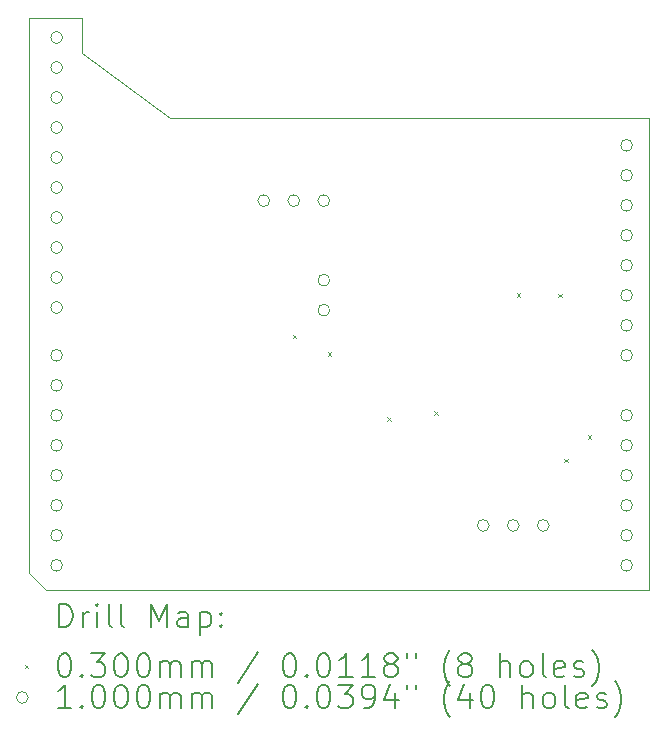
<source format=gbr>
%TF.GenerationSoftware,KiCad,Pcbnew,8.0.5*%
%TF.CreationDate,2024-11-11T20:44:40+01:00*%
%TF.ProjectId,nowa_plytka,6e6f7761-5f70-46c7-9974-6b612e6b6963,rev?*%
%TF.SameCoordinates,Original*%
%TF.FileFunction,Drillmap*%
%TF.FilePolarity,Positive*%
%FSLAX45Y45*%
G04 Gerber Fmt 4.5, Leading zero omitted, Abs format (unit mm)*
G04 Created by KiCad (PCBNEW 8.0.5) date 2024-11-11 20:44:40*
%MOMM*%
%LPD*%
G01*
G04 APERTURE LIST*
%ADD10C,0.050000*%
%ADD11C,0.200000*%
%ADD12C,0.100000*%
G04 APERTURE END LIST*
D10*
X11550000Y-8250000D02*
X12300000Y-8800000D01*
X16350000Y-8800000D01*
X16350000Y-12800000D01*
X11250000Y-12800000D01*
X11100000Y-12650000D01*
X11100000Y-7950000D01*
X11550000Y-7950000D01*
X11550000Y-8250000D01*
D11*
D12*
X13335000Y-10635000D02*
X13365000Y-10665000D01*
X13365000Y-10635000D02*
X13335000Y-10665000D01*
X13635000Y-10785000D02*
X13665000Y-10815000D01*
X13665000Y-10785000D02*
X13635000Y-10815000D01*
X14135000Y-11335000D02*
X14165000Y-11365000D01*
X14165000Y-11335000D02*
X14135000Y-11365000D01*
X14535000Y-11285000D02*
X14565000Y-11315000D01*
X14565000Y-11285000D02*
X14535000Y-11315000D01*
X15235000Y-10285000D02*
X15265000Y-10315000D01*
X15265000Y-10285000D02*
X15235000Y-10315000D01*
X15585000Y-10287500D02*
X15615000Y-10317500D01*
X15615000Y-10287500D02*
X15585000Y-10317500D01*
X15635000Y-11685000D02*
X15665000Y-11715000D01*
X15665000Y-11685000D02*
X15635000Y-11715000D01*
X15835000Y-11485000D02*
X15865000Y-11515000D01*
X15865000Y-11485000D02*
X15835000Y-11515000D01*
X11387000Y-8118500D02*
G75*
G02*
X11287000Y-8118500I-50000J0D01*
G01*
X11287000Y-8118500D02*
G75*
G02*
X11387000Y-8118500I50000J0D01*
G01*
X11387000Y-8372500D02*
G75*
G02*
X11287000Y-8372500I-50000J0D01*
G01*
X11287000Y-8372500D02*
G75*
G02*
X11387000Y-8372500I50000J0D01*
G01*
X11387000Y-8626500D02*
G75*
G02*
X11287000Y-8626500I-50000J0D01*
G01*
X11287000Y-8626500D02*
G75*
G02*
X11387000Y-8626500I50000J0D01*
G01*
X11387000Y-8880500D02*
G75*
G02*
X11287000Y-8880500I-50000J0D01*
G01*
X11287000Y-8880500D02*
G75*
G02*
X11387000Y-8880500I50000J0D01*
G01*
X11387000Y-9134500D02*
G75*
G02*
X11287000Y-9134500I-50000J0D01*
G01*
X11287000Y-9134500D02*
G75*
G02*
X11387000Y-9134500I50000J0D01*
G01*
X11387000Y-9388500D02*
G75*
G02*
X11287000Y-9388500I-50000J0D01*
G01*
X11287000Y-9388500D02*
G75*
G02*
X11387000Y-9388500I50000J0D01*
G01*
X11387000Y-9642500D02*
G75*
G02*
X11287000Y-9642500I-50000J0D01*
G01*
X11287000Y-9642500D02*
G75*
G02*
X11387000Y-9642500I50000J0D01*
G01*
X11387000Y-9896500D02*
G75*
G02*
X11287000Y-9896500I-50000J0D01*
G01*
X11287000Y-9896500D02*
G75*
G02*
X11387000Y-9896500I50000J0D01*
G01*
X11387000Y-10150500D02*
G75*
G02*
X11287000Y-10150500I-50000J0D01*
G01*
X11287000Y-10150500D02*
G75*
G02*
X11387000Y-10150500I50000J0D01*
G01*
X11387000Y-10404500D02*
G75*
G02*
X11287000Y-10404500I-50000J0D01*
G01*
X11287000Y-10404500D02*
G75*
G02*
X11387000Y-10404500I50000J0D01*
G01*
X11387000Y-10810500D02*
G75*
G02*
X11287000Y-10810500I-50000J0D01*
G01*
X11287000Y-10810500D02*
G75*
G02*
X11387000Y-10810500I50000J0D01*
G01*
X11387000Y-11064500D02*
G75*
G02*
X11287000Y-11064500I-50000J0D01*
G01*
X11287000Y-11064500D02*
G75*
G02*
X11387000Y-11064500I50000J0D01*
G01*
X11387000Y-11318500D02*
G75*
G02*
X11287000Y-11318500I-50000J0D01*
G01*
X11287000Y-11318500D02*
G75*
G02*
X11387000Y-11318500I50000J0D01*
G01*
X11387000Y-11572500D02*
G75*
G02*
X11287000Y-11572500I-50000J0D01*
G01*
X11287000Y-11572500D02*
G75*
G02*
X11387000Y-11572500I50000J0D01*
G01*
X11387000Y-11826500D02*
G75*
G02*
X11287000Y-11826500I-50000J0D01*
G01*
X11287000Y-11826500D02*
G75*
G02*
X11387000Y-11826500I50000J0D01*
G01*
X11387000Y-12080500D02*
G75*
G02*
X11287000Y-12080500I-50000J0D01*
G01*
X11287000Y-12080500D02*
G75*
G02*
X11387000Y-12080500I50000J0D01*
G01*
X11387000Y-12334500D02*
G75*
G02*
X11287000Y-12334500I-50000J0D01*
G01*
X11287000Y-12334500D02*
G75*
G02*
X11387000Y-12334500I50000J0D01*
G01*
X11387000Y-12588500D02*
G75*
G02*
X11287000Y-12588500I-50000J0D01*
G01*
X11287000Y-12588500D02*
G75*
G02*
X11387000Y-12588500I50000J0D01*
G01*
X13142000Y-9500000D02*
G75*
G02*
X13042000Y-9500000I-50000J0D01*
G01*
X13042000Y-9500000D02*
G75*
G02*
X13142000Y-9500000I50000J0D01*
G01*
X13396000Y-9500000D02*
G75*
G02*
X13296000Y-9500000I-50000J0D01*
G01*
X13296000Y-9500000D02*
G75*
G02*
X13396000Y-9500000I50000J0D01*
G01*
X13650000Y-9500000D02*
G75*
G02*
X13550000Y-9500000I-50000J0D01*
G01*
X13550000Y-9500000D02*
G75*
G02*
X13650000Y-9500000I50000J0D01*
G01*
X13650000Y-10173500D02*
G75*
G02*
X13550000Y-10173500I-50000J0D01*
G01*
X13550000Y-10173500D02*
G75*
G02*
X13650000Y-10173500I50000J0D01*
G01*
X13650000Y-10427500D02*
G75*
G02*
X13550000Y-10427500I-50000J0D01*
G01*
X13550000Y-10427500D02*
G75*
G02*
X13650000Y-10427500I50000J0D01*
G01*
X15000000Y-12250000D02*
G75*
G02*
X14900000Y-12250000I-50000J0D01*
G01*
X14900000Y-12250000D02*
G75*
G02*
X15000000Y-12250000I50000J0D01*
G01*
X15254000Y-12250000D02*
G75*
G02*
X15154000Y-12250000I-50000J0D01*
G01*
X15154000Y-12250000D02*
G75*
G02*
X15254000Y-12250000I50000J0D01*
G01*
X15508000Y-12250000D02*
G75*
G02*
X15408000Y-12250000I-50000J0D01*
G01*
X15408000Y-12250000D02*
G75*
G02*
X15508000Y-12250000I50000J0D01*
G01*
X16213000Y-9032500D02*
G75*
G02*
X16113000Y-9032500I-50000J0D01*
G01*
X16113000Y-9032500D02*
G75*
G02*
X16213000Y-9032500I50000J0D01*
G01*
X16213000Y-9286500D02*
G75*
G02*
X16113000Y-9286500I-50000J0D01*
G01*
X16113000Y-9286500D02*
G75*
G02*
X16213000Y-9286500I50000J0D01*
G01*
X16213000Y-9540500D02*
G75*
G02*
X16113000Y-9540500I-50000J0D01*
G01*
X16113000Y-9540500D02*
G75*
G02*
X16213000Y-9540500I50000J0D01*
G01*
X16213000Y-9794500D02*
G75*
G02*
X16113000Y-9794500I-50000J0D01*
G01*
X16113000Y-9794500D02*
G75*
G02*
X16213000Y-9794500I50000J0D01*
G01*
X16213000Y-10048500D02*
G75*
G02*
X16113000Y-10048500I-50000J0D01*
G01*
X16113000Y-10048500D02*
G75*
G02*
X16213000Y-10048500I50000J0D01*
G01*
X16213000Y-10302500D02*
G75*
G02*
X16113000Y-10302500I-50000J0D01*
G01*
X16113000Y-10302500D02*
G75*
G02*
X16213000Y-10302500I50000J0D01*
G01*
X16213000Y-10556500D02*
G75*
G02*
X16113000Y-10556500I-50000J0D01*
G01*
X16113000Y-10556500D02*
G75*
G02*
X16213000Y-10556500I50000J0D01*
G01*
X16213000Y-10810500D02*
G75*
G02*
X16113000Y-10810500I-50000J0D01*
G01*
X16113000Y-10810500D02*
G75*
G02*
X16213000Y-10810500I50000J0D01*
G01*
X16213000Y-11318500D02*
G75*
G02*
X16113000Y-11318500I-50000J0D01*
G01*
X16113000Y-11318500D02*
G75*
G02*
X16213000Y-11318500I50000J0D01*
G01*
X16213000Y-11572500D02*
G75*
G02*
X16113000Y-11572500I-50000J0D01*
G01*
X16113000Y-11572500D02*
G75*
G02*
X16213000Y-11572500I50000J0D01*
G01*
X16213000Y-11826500D02*
G75*
G02*
X16113000Y-11826500I-50000J0D01*
G01*
X16113000Y-11826500D02*
G75*
G02*
X16213000Y-11826500I50000J0D01*
G01*
X16213000Y-12080500D02*
G75*
G02*
X16113000Y-12080500I-50000J0D01*
G01*
X16113000Y-12080500D02*
G75*
G02*
X16213000Y-12080500I50000J0D01*
G01*
X16213000Y-12334500D02*
G75*
G02*
X16113000Y-12334500I-50000J0D01*
G01*
X16113000Y-12334500D02*
G75*
G02*
X16213000Y-12334500I50000J0D01*
G01*
X16213000Y-12588500D02*
G75*
G02*
X16113000Y-12588500I-50000J0D01*
G01*
X16113000Y-12588500D02*
G75*
G02*
X16213000Y-12588500I50000J0D01*
G01*
D11*
X11358277Y-13113984D02*
X11358277Y-12913984D01*
X11358277Y-12913984D02*
X11405896Y-12913984D01*
X11405896Y-12913984D02*
X11434467Y-12923508D01*
X11434467Y-12923508D02*
X11453515Y-12942555D01*
X11453515Y-12942555D02*
X11463039Y-12961603D01*
X11463039Y-12961603D02*
X11472562Y-12999698D01*
X11472562Y-12999698D02*
X11472562Y-13028269D01*
X11472562Y-13028269D02*
X11463039Y-13066365D01*
X11463039Y-13066365D02*
X11453515Y-13085412D01*
X11453515Y-13085412D02*
X11434467Y-13104460D01*
X11434467Y-13104460D02*
X11405896Y-13113984D01*
X11405896Y-13113984D02*
X11358277Y-13113984D01*
X11558277Y-13113984D02*
X11558277Y-12980650D01*
X11558277Y-13018746D02*
X11567801Y-12999698D01*
X11567801Y-12999698D02*
X11577324Y-12990174D01*
X11577324Y-12990174D02*
X11596372Y-12980650D01*
X11596372Y-12980650D02*
X11615420Y-12980650D01*
X11682086Y-13113984D02*
X11682086Y-12980650D01*
X11682086Y-12913984D02*
X11672562Y-12923508D01*
X11672562Y-12923508D02*
X11682086Y-12933031D01*
X11682086Y-12933031D02*
X11691610Y-12923508D01*
X11691610Y-12923508D02*
X11682086Y-12913984D01*
X11682086Y-12913984D02*
X11682086Y-12933031D01*
X11805896Y-13113984D02*
X11786848Y-13104460D01*
X11786848Y-13104460D02*
X11777324Y-13085412D01*
X11777324Y-13085412D02*
X11777324Y-12913984D01*
X11910658Y-13113984D02*
X11891610Y-13104460D01*
X11891610Y-13104460D02*
X11882086Y-13085412D01*
X11882086Y-13085412D02*
X11882086Y-12913984D01*
X12139229Y-13113984D02*
X12139229Y-12913984D01*
X12139229Y-12913984D02*
X12205896Y-13056841D01*
X12205896Y-13056841D02*
X12272562Y-12913984D01*
X12272562Y-12913984D02*
X12272562Y-13113984D01*
X12453515Y-13113984D02*
X12453515Y-13009222D01*
X12453515Y-13009222D02*
X12443991Y-12990174D01*
X12443991Y-12990174D02*
X12424943Y-12980650D01*
X12424943Y-12980650D02*
X12386848Y-12980650D01*
X12386848Y-12980650D02*
X12367801Y-12990174D01*
X12453515Y-13104460D02*
X12434467Y-13113984D01*
X12434467Y-13113984D02*
X12386848Y-13113984D01*
X12386848Y-13113984D02*
X12367801Y-13104460D01*
X12367801Y-13104460D02*
X12358277Y-13085412D01*
X12358277Y-13085412D02*
X12358277Y-13066365D01*
X12358277Y-13066365D02*
X12367801Y-13047317D01*
X12367801Y-13047317D02*
X12386848Y-13037793D01*
X12386848Y-13037793D02*
X12434467Y-13037793D01*
X12434467Y-13037793D02*
X12453515Y-13028269D01*
X12548753Y-12980650D02*
X12548753Y-13180650D01*
X12548753Y-12990174D02*
X12567801Y-12980650D01*
X12567801Y-12980650D02*
X12605896Y-12980650D01*
X12605896Y-12980650D02*
X12624943Y-12990174D01*
X12624943Y-12990174D02*
X12634467Y-12999698D01*
X12634467Y-12999698D02*
X12643991Y-13018746D01*
X12643991Y-13018746D02*
X12643991Y-13075888D01*
X12643991Y-13075888D02*
X12634467Y-13094936D01*
X12634467Y-13094936D02*
X12624943Y-13104460D01*
X12624943Y-13104460D02*
X12605896Y-13113984D01*
X12605896Y-13113984D02*
X12567801Y-13113984D01*
X12567801Y-13113984D02*
X12548753Y-13104460D01*
X12729705Y-13094936D02*
X12739229Y-13104460D01*
X12739229Y-13104460D02*
X12729705Y-13113984D01*
X12729705Y-13113984D02*
X12720182Y-13104460D01*
X12720182Y-13104460D02*
X12729705Y-13094936D01*
X12729705Y-13094936D02*
X12729705Y-13113984D01*
X12729705Y-12990174D02*
X12739229Y-12999698D01*
X12739229Y-12999698D02*
X12729705Y-13009222D01*
X12729705Y-13009222D02*
X12720182Y-12999698D01*
X12720182Y-12999698D02*
X12729705Y-12990174D01*
X12729705Y-12990174D02*
X12729705Y-13009222D01*
D12*
X11067500Y-13427500D02*
X11097500Y-13457500D01*
X11097500Y-13427500D02*
X11067500Y-13457500D01*
D11*
X11396372Y-13333984D02*
X11415420Y-13333984D01*
X11415420Y-13333984D02*
X11434467Y-13343508D01*
X11434467Y-13343508D02*
X11443991Y-13353031D01*
X11443991Y-13353031D02*
X11453515Y-13372079D01*
X11453515Y-13372079D02*
X11463039Y-13410174D01*
X11463039Y-13410174D02*
X11463039Y-13457793D01*
X11463039Y-13457793D02*
X11453515Y-13495888D01*
X11453515Y-13495888D02*
X11443991Y-13514936D01*
X11443991Y-13514936D02*
X11434467Y-13524460D01*
X11434467Y-13524460D02*
X11415420Y-13533984D01*
X11415420Y-13533984D02*
X11396372Y-13533984D01*
X11396372Y-13533984D02*
X11377324Y-13524460D01*
X11377324Y-13524460D02*
X11367801Y-13514936D01*
X11367801Y-13514936D02*
X11358277Y-13495888D01*
X11358277Y-13495888D02*
X11348753Y-13457793D01*
X11348753Y-13457793D02*
X11348753Y-13410174D01*
X11348753Y-13410174D02*
X11358277Y-13372079D01*
X11358277Y-13372079D02*
X11367801Y-13353031D01*
X11367801Y-13353031D02*
X11377324Y-13343508D01*
X11377324Y-13343508D02*
X11396372Y-13333984D01*
X11548753Y-13514936D02*
X11558277Y-13524460D01*
X11558277Y-13524460D02*
X11548753Y-13533984D01*
X11548753Y-13533984D02*
X11539229Y-13524460D01*
X11539229Y-13524460D02*
X11548753Y-13514936D01*
X11548753Y-13514936D02*
X11548753Y-13533984D01*
X11624943Y-13333984D02*
X11748753Y-13333984D01*
X11748753Y-13333984D02*
X11682086Y-13410174D01*
X11682086Y-13410174D02*
X11710658Y-13410174D01*
X11710658Y-13410174D02*
X11729705Y-13419698D01*
X11729705Y-13419698D02*
X11739229Y-13429222D01*
X11739229Y-13429222D02*
X11748753Y-13448269D01*
X11748753Y-13448269D02*
X11748753Y-13495888D01*
X11748753Y-13495888D02*
X11739229Y-13514936D01*
X11739229Y-13514936D02*
X11729705Y-13524460D01*
X11729705Y-13524460D02*
X11710658Y-13533984D01*
X11710658Y-13533984D02*
X11653515Y-13533984D01*
X11653515Y-13533984D02*
X11634467Y-13524460D01*
X11634467Y-13524460D02*
X11624943Y-13514936D01*
X11872562Y-13333984D02*
X11891610Y-13333984D01*
X11891610Y-13333984D02*
X11910658Y-13343508D01*
X11910658Y-13343508D02*
X11920182Y-13353031D01*
X11920182Y-13353031D02*
X11929705Y-13372079D01*
X11929705Y-13372079D02*
X11939229Y-13410174D01*
X11939229Y-13410174D02*
X11939229Y-13457793D01*
X11939229Y-13457793D02*
X11929705Y-13495888D01*
X11929705Y-13495888D02*
X11920182Y-13514936D01*
X11920182Y-13514936D02*
X11910658Y-13524460D01*
X11910658Y-13524460D02*
X11891610Y-13533984D01*
X11891610Y-13533984D02*
X11872562Y-13533984D01*
X11872562Y-13533984D02*
X11853515Y-13524460D01*
X11853515Y-13524460D02*
X11843991Y-13514936D01*
X11843991Y-13514936D02*
X11834467Y-13495888D01*
X11834467Y-13495888D02*
X11824943Y-13457793D01*
X11824943Y-13457793D02*
X11824943Y-13410174D01*
X11824943Y-13410174D02*
X11834467Y-13372079D01*
X11834467Y-13372079D02*
X11843991Y-13353031D01*
X11843991Y-13353031D02*
X11853515Y-13343508D01*
X11853515Y-13343508D02*
X11872562Y-13333984D01*
X12063039Y-13333984D02*
X12082086Y-13333984D01*
X12082086Y-13333984D02*
X12101134Y-13343508D01*
X12101134Y-13343508D02*
X12110658Y-13353031D01*
X12110658Y-13353031D02*
X12120182Y-13372079D01*
X12120182Y-13372079D02*
X12129705Y-13410174D01*
X12129705Y-13410174D02*
X12129705Y-13457793D01*
X12129705Y-13457793D02*
X12120182Y-13495888D01*
X12120182Y-13495888D02*
X12110658Y-13514936D01*
X12110658Y-13514936D02*
X12101134Y-13524460D01*
X12101134Y-13524460D02*
X12082086Y-13533984D01*
X12082086Y-13533984D02*
X12063039Y-13533984D01*
X12063039Y-13533984D02*
X12043991Y-13524460D01*
X12043991Y-13524460D02*
X12034467Y-13514936D01*
X12034467Y-13514936D02*
X12024943Y-13495888D01*
X12024943Y-13495888D02*
X12015420Y-13457793D01*
X12015420Y-13457793D02*
X12015420Y-13410174D01*
X12015420Y-13410174D02*
X12024943Y-13372079D01*
X12024943Y-13372079D02*
X12034467Y-13353031D01*
X12034467Y-13353031D02*
X12043991Y-13343508D01*
X12043991Y-13343508D02*
X12063039Y-13333984D01*
X12215420Y-13533984D02*
X12215420Y-13400650D01*
X12215420Y-13419698D02*
X12224943Y-13410174D01*
X12224943Y-13410174D02*
X12243991Y-13400650D01*
X12243991Y-13400650D02*
X12272563Y-13400650D01*
X12272563Y-13400650D02*
X12291610Y-13410174D01*
X12291610Y-13410174D02*
X12301134Y-13429222D01*
X12301134Y-13429222D02*
X12301134Y-13533984D01*
X12301134Y-13429222D02*
X12310658Y-13410174D01*
X12310658Y-13410174D02*
X12329705Y-13400650D01*
X12329705Y-13400650D02*
X12358277Y-13400650D01*
X12358277Y-13400650D02*
X12377324Y-13410174D01*
X12377324Y-13410174D02*
X12386848Y-13429222D01*
X12386848Y-13429222D02*
X12386848Y-13533984D01*
X12482086Y-13533984D02*
X12482086Y-13400650D01*
X12482086Y-13419698D02*
X12491610Y-13410174D01*
X12491610Y-13410174D02*
X12510658Y-13400650D01*
X12510658Y-13400650D02*
X12539229Y-13400650D01*
X12539229Y-13400650D02*
X12558277Y-13410174D01*
X12558277Y-13410174D02*
X12567801Y-13429222D01*
X12567801Y-13429222D02*
X12567801Y-13533984D01*
X12567801Y-13429222D02*
X12577324Y-13410174D01*
X12577324Y-13410174D02*
X12596372Y-13400650D01*
X12596372Y-13400650D02*
X12624943Y-13400650D01*
X12624943Y-13400650D02*
X12643991Y-13410174D01*
X12643991Y-13410174D02*
X12653515Y-13429222D01*
X12653515Y-13429222D02*
X12653515Y-13533984D01*
X13043991Y-13324460D02*
X12872563Y-13581603D01*
X13301134Y-13333984D02*
X13320182Y-13333984D01*
X13320182Y-13333984D02*
X13339229Y-13343508D01*
X13339229Y-13343508D02*
X13348753Y-13353031D01*
X13348753Y-13353031D02*
X13358277Y-13372079D01*
X13358277Y-13372079D02*
X13367801Y-13410174D01*
X13367801Y-13410174D02*
X13367801Y-13457793D01*
X13367801Y-13457793D02*
X13358277Y-13495888D01*
X13358277Y-13495888D02*
X13348753Y-13514936D01*
X13348753Y-13514936D02*
X13339229Y-13524460D01*
X13339229Y-13524460D02*
X13320182Y-13533984D01*
X13320182Y-13533984D02*
X13301134Y-13533984D01*
X13301134Y-13533984D02*
X13282086Y-13524460D01*
X13282086Y-13524460D02*
X13272563Y-13514936D01*
X13272563Y-13514936D02*
X13263039Y-13495888D01*
X13263039Y-13495888D02*
X13253515Y-13457793D01*
X13253515Y-13457793D02*
X13253515Y-13410174D01*
X13253515Y-13410174D02*
X13263039Y-13372079D01*
X13263039Y-13372079D02*
X13272563Y-13353031D01*
X13272563Y-13353031D02*
X13282086Y-13343508D01*
X13282086Y-13343508D02*
X13301134Y-13333984D01*
X13453515Y-13514936D02*
X13463039Y-13524460D01*
X13463039Y-13524460D02*
X13453515Y-13533984D01*
X13453515Y-13533984D02*
X13443991Y-13524460D01*
X13443991Y-13524460D02*
X13453515Y-13514936D01*
X13453515Y-13514936D02*
X13453515Y-13533984D01*
X13586848Y-13333984D02*
X13605896Y-13333984D01*
X13605896Y-13333984D02*
X13624944Y-13343508D01*
X13624944Y-13343508D02*
X13634467Y-13353031D01*
X13634467Y-13353031D02*
X13643991Y-13372079D01*
X13643991Y-13372079D02*
X13653515Y-13410174D01*
X13653515Y-13410174D02*
X13653515Y-13457793D01*
X13653515Y-13457793D02*
X13643991Y-13495888D01*
X13643991Y-13495888D02*
X13634467Y-13514936D01*
X13634467Y-13514936D02*
X13624944Y-13524460D01*
X13624944Y-13524460D02*
X13605896Y-13533984D01*
X13605896Y-13533984D02*
X13586848Y-13533984D01*
X13586848Y-13533984D02*
X13567801Y-13524460D01*
X13567801Y-13524460D02*
X13558277Y-13514936D01*
X13558277Y-13514936D02*
X13548753Y-13495888D01*
X13548753Y-13495888D02*
X13539229Y-13457793D01*
X13539229Y-13457793D02*
X13539229Y-13410174D01*
X13539229Y-13410174D02*
X13548753Y-13372079D01*
X13548753Y-13372079D02*
X13558277Y-13353031D01*
X13558277Y-13353031D02*
X13567801Y-13343508D01*
X13567801Y-13343508D02*
X13586848Y-13333984D01*
X13843991Y-13533984D02*
X13729706Y-13533984D01*
X13786848Y-13533984D02*
X13786848Y-13333984D01*
X13786848Y-13333984D02*
X13767801Y-13362555D01*
X13767801Y-13362555D02*
X13748753Y-13381603D01*
X13748753Y-13381603D02*
X13729706Y-13391127D01*
X14034467Y-13533984D02*
X13920182Y-13533984D01*
X13977325Y-13533984D02*
X13977325Y-13333984D01*
X13977325Y-13333984D02*
X13958277Y-13362555D01*
X13958277Y-13362555D02*
X13939229Y-13381603D01*
X13939229Y-13381603D02*
X13920182Y-13391127D01*
X14148753Y-13419698D02*
X14129706Y-13410174D01*
X14129706Y-13410174D02*
X14120182Y-13400650D01*
X14120182Y-13400650D02*
X14110658Y-13381603D01*
X14110658Y-13381603D02*
X14110658Y-13372079D01*
X14110658Y-13372079D02*
X14120182Y-13353031D01*
X14120182Y-13353031D02*
X14129706Y-13343508D01*
X14129706Y-13343508D02*
X14148753Y-13333984D01*
X14148753Y-13333984D02*
X14186848Y-13333984D01*
X14186848Y-13333984D02*
X14205896Y-13343508D01*
X14205896Y-13343508D02*
X14215420Y-13353031D01*
X14215420Y-13353031D02*
X14224944Y-13372079D01*
X14224944Y-13372079D02*
X14224944Y-13381603D01*
X14224944Y-13381603D02*
X14215420Y-13400650D01*
X14215420Y-13400650D02*
X14205896Y-13410174D01*
X14205896Y-13410174D02*
X14186848Y-13419698D01*
X14186848Y-13419698D02*
X14148753Y-13419698D01*
X14148753Y-13419698D02*
X14129706Y-13429222D01*
X14129706Y-13429222D02*
X14120182Y-13438746D01*
X14120182Y-13438746D02*
X14110658Y-13457793D01*
X14110658Y-13457793D02*
X14110658Y-13495888D01*
X14110658Y-13495888D02*
X14120182Y-13514936D01*
X14120182Y-13514936D02*
X14129706Y-13524460D01*
X14129706Y-13524460D02*
X14148753Y-13533984D01*
X14148753Y-13533984D02*
X14186848Y-13533984D01*
X14186848Y-13533984D02*
X14205896Y-13524460D01*
X14205896Y-13524460D02*
X14215420Y-13514936D01*
X14215420Y-13514936D02*
X14224944Y-13495888D01*
X14224944Y-13495888D02*
X14224944Y-13457793D01*
X14224944Y-13457793D02*
X14215420Y-13438746D01*
X14215420Y-13438746D02*
X14205896Y-13429222D01*
X14205896Y-13429222D02*
X14186848Y-13419698D01*
X14301134Y-13333984D02*
X14301134Y-13372079D01*
X14377325Y-13333984D02*
X14377325Y-13372079D01*
X14672563Y-13610174D02*
X14663039Y-13600650D01*
X14663039Y-13600650D02*
X14643991Y-13572079D01*
X14643991Y-13572079D02*
X14634468Y-13553031D01*
X14634468Y-13553031D02*
X14624944Y-13524460D01*
X14624944Y-13524460D02*
X14615420Y-13476841D01*
X14615420Y-13476841D02*
X14615420Y-13438746D01*
X14615420Y-13438746D02*
X14624944Y-13391127D01*
X14624944Y-13391127D02*
X14634468Y-13362555D01*
X14634468Y-13362555D02*
X14643991Y-13343508D01*
X14643991Y-13343508D02*
X14663039Y-13314936D01*
X14663039Y-13314936D02*
X14672563Y-13305412D01*
X14777325Y-13419698D02*
X14758277Y-13410174D01*
X14758277Y-13410174D02*
X14748753Y-13400650D01*
X14748753Y-13400650D02*
X14739229Y-13381603D01*
X14739229Y-13381603D02*
X14739229Y-13372079D01*
X14739229Y-13372079D02*
X14748753Y-13353031D01*
X14748753Y-13353031D02*
X14758277Y-13343508D01*
X14758277Y-13343508D02*
X14777325Y-13333984D01*
X14777325Y-13333984D02*
X14815420Y-13333984D01*
X14815420Y-13333984D02*
X14834468Y-13343508D01*
X14834468Y-13343508D02*
X14843991Y-13353031D01*
X14843991Y-13353031D02*
X14853515Y-13372079D01*
X14853515Y-13372079D02*
X14853515Y-13381603D01*
X14853515Y-13381603D02*
X14843991Y-13400650D01*
X14843991Y-13400650D02*
X14834468Y-13410174D01*
X14834468Y-13410174D02*
X14815420Y-13419698D01*
X14815420Y-13419698D02*
X14777325Y-13419698D01*
X14777325Y-13419698D02*
X14758277Y-13429222D01*
X14758277Y-13429222D02*
X14748753Y-13438746D01*
X14748753Y-13438746D02*
X14739229Y-13457793D01*
X14739229Y-13457793D02*
X14739229Y-13495888D01*
X14739229Y-13495888D02*
X14748753Y-13514936D01*
X14748753Y-13514936D02*
X14758277Y-13524460D01*
X14758277Y-13524460D02*
X14777325Y-13533984D01*
X14777325Y-13533984D02*
X14815420Y-13533984D01*
X14815420Y-13533984D02*
X14834468Y-13524460D01*
X14834468Y-13524460D02*
X14843991Y-13514936D01*
X14843991Y-13514936D02*
X14853515Y-13495888D01*
X14853515Y-13495888D02*
X14853515Y-13457793D01*
X14853515Y-13457793D02*
X14843991Y-13438746D01*
X14843991Y-13438746D02*
X14834468Y-13429222D01*
X14834468Y-13429222D02*
X14815420Y-13419698D01*
X15091610Y-13533984D02*
X15091610Y-13333984D01*
X15177325Y-13533984D02*
X15177325Y-13429222D01*
X15177325Y-13429222D02*
X15167801Y-13410174D01*
X15167801Y-13410174D02*
X15148753Y-13400650D01*
X15148753Y-13400650D02*
X15120182Y-13400650D01*
X15120182Y-13400650D02*
X15101134Y-13410174D01*
X15101134Y-13410174D02*
X15091610Y-13419698D01*
X15301134Y-13533984D02*
X15282087Y-13524460D01*
X15282087Y-13524460D02*
X15272563Y-13514936D01*
X15272563Y-13514936D02*
X15263039Y-13495888D01*
X15263039Y-13495888D02*
X15263039Y-13438746D01*
X15263039Y-13438746D02*
X15272563Y-13419698D01*
X15272563Y-13419698D02*
X15282087Y-13410174D01*
X15282087Y-13410174D02*
X15301134Y-13400650D01*
X15301134Y-13400650D02*
X15329706Y-13400650D01*
X15329706Y-13400650D02*
X15348753Y-13410174D01*
X15348753Y-13410174D02*
X15358277Y-13419698D01*
X15358277Y-13419698D02*
X15367801Y-13438746D01*
X15367801Y-13438746D02*
X15367801Y-13495888D01*
X15367801Y-13495888D02*
X15358277Y-13514936D01*
X15358277Y-13514936D02*
X15348753Y-13524460D01*
X15348753Y-13524460D02*
X15329706Y-13533984D01*
X15329706Y-13533984D02*
X15301134Y-13533984D01*
X15482087Y-13533984D02*
X15463039Y-13524460D01*
X15463039Y-13524460D02*
X15453515Y-13505412D01*
X15453515Y-13505412D02*
X15453515Y-13333984D01*
X15634468Y-13524460D02*
X15615420Y-13533984D01*
X15615420Y-13533984D02*
X15577325Y-13533984D01*
X15577325Y-13533984D02*
X15558277Y-13524460D01*
X15558277Y-13524460D02*
X15548753Y-13505412D01*
X15548753Y-13505412D02*
X15548753Y-13429222D01*
X15548753Y-13429222D02*
X15558277Y-13410174D01*
X15558277Y-13410174D02*
X15577325Y-13400650D01*
X15577325Y-13400650D02*
X15615420Y-13400650D01*
X15615420Y-13400650D02*
X15634468Y-13410174D01*
X15634468Y-13410174D02*
X15643991Y-13429222D01*
X15643991Y-13429222D02*
X15643991Y-13448269D01*
X15643991Y-13448269D02*
X15548753Y-13467317D01*
X15720182Y-13524460D02*
X15739230Y-13533984D01*
X15739230Y-13533984D02*
X15777325Y-13533984D01*
X15777325Y-13533984D02*
X15796372Y-13524460D01*
X15796372Y-13524460D02*
X15805896Y-13505412D01*
X15805896Y-13505412D02*
X15805896Y-13495888D01*
X15805896Y-13495888D02*
X15796372Y-13476841D01*
X15796372Y-13476841D02*
X15777325Y-13467317D01*
X15777325Y-13467317D02*
X15748753Y-13467317D01*
X15748753Y-13467317D02*
X15729706Y-13457793D01*
X15729706Y-13457793D02*
X15720182Y-13438746D01*
X15720182Y-13438746D02*
X15720182Y-13429222D01*
X15720182Y-13429222D02*
X15729706Y-13410174D01*
X15729706Y-13410174D02*
X15748753Y-13400650D01*
X15748753Y-13400650D02*
X15777325Y-13400650D01*
X15777325Y-13400650D02*
X15796372Y-13410174D01*
X15872563Y-13610174D02*
X15882087Y-13600650D01*
X15882087Y-13600650D02*
X15901134Y-13572079D01*
X15901134Y-13572079D02*
X15910658Y-13553031D01*
X15910658Y-13553031D02*
X15920182Y-13524460D01*
X15920182Y-13524460D02*
X15929706Y-13476841D01*
X15929706Y-13476841D02*
X15929706Y-13438746D01*
X15929706Y-13438746D02*
X15920182Y-13391127D01*
X15920182Y-13391127D02*
X15910658Y-13362555D01*
X15910658Y-13362555D02*
X15901134Y-13343508D01*
X15901134Y-13343508D02*
X15882087Y-13314936D01*
X15882087Y-13314936D02*
X15872563Y-13305412D01*
D12*
X11097500Y-13706500D02*
G75*
G02*
X10997500Y-13706500I-50000J0D01*
G01*
X10997500Y-13706500D02*
G75*
G02*
X11097500Y-13706500I50000J0D01*
G01*
D11*
X11463039Y-13797984D02*
X11348753Y-13797984D01*
X11405896Y-13797984D02*
X11405896Y-13597984D01*
X11405896Y-13597984D02*
X11386848Y-13626555D01*
X11386848Y-13626555D02*
X11367801Y-13645603D01*
X11367801Y-13645603D02*
X11348753Y-13655127D01*
X11548753Y-13778936D02*
X11558277Y-13788460D01*
X11558277Y-13788460D02*
X11548753Y-13797984D01*
X11548753Y-13797984D02*
X11539229Y-13788460D01*
X11539229Y-13788460D02*
X11548753Y-13778936D01*
X11548753Y-13778936D02*
X11548753Y-13797984D01*
X11682086Y-13597984D02*
X11701134Y-13597984D01*
X11701134Y-13597984D02*
X11720182Y-13607508D01*
X11720182Y-13607508D02*
X11729705Y-13617031D01*
X11729705Y-13617031D02*
X11739229Y-13636079D01*
X11739229Y-13636079D02*
X11748753Y-13674174D01*
X11748753Y-13674174D02*
X11748753Y-13721793D01*
X11748753Y-13721793D02*
X11739229Y-13759888D01*
X11739229Y-13759888D02*
X11729705Y-13778936D01*
X11729705Y-13778936D02*
X11720182Y-13788460D01*
X11720182Y-13788460D02*
X11701134Y-13797984D01*
X11701134Y-13797984D02*
X11682086Y-13797984D01*
X11682086Y-13797984D02*
X11663039Y-13788460D01*
X11663039Y-13788460D02*
X11653515Y-13778936D01*
X11653515Y-13778936D02*
X11643991Y-13759888D01*
X11643991Y-13759888D02*
X11634467Y-13721793D01*
X11634467Y-13721793D02*
X11634467Y-13674174D01*
X11634467Y-13674174D02*
X11643991Y-13636079D01*
X11643991Y-13636079D02*
X11653515Y-13617031D01*
X11653515Y-13617031D02*
X11663039Y-13607508D01*
X11663039Y-13607508D02*
X11682086Y-13597984D01*
X11872562Y-13597984D02*
X11891610Y-13597984D01*
X11891610Y-13597984D02*
X11910658Y-13607508D01*
X11910658Y-13607508D02*
X11920182Y-13617031D01*
X11920182Y-13617031D02*
X11929705Y-13636079D01*
X11929705Y-13636079D02*
X11939229Y-13674174D01*
X11939229Y-13674174D02*
X11939229Y-13721793D01*
X11939229Y-13721793D02*
X11929705Y-13759888D01*
X11929705Y-13759888D02*
X11920182Y-13778936D01*
X11920182Y-13778936D02*
X11910658Y-13788460D01*
X11910658Y-13788460D02*
X11891610Y-13797984D01*
X11891610Y-13797984D02*
X11872562Y-13797984D01*
X11872562Y-13797984D02*
X11853515Y-13788460D01*
X11853515Y-13788460D02*
X11843991Y-13778936D01*
X11843991Y-13778936D02*
X11834467Y-13759888D01*
X11834467Y-13759888D02*
X11824943Y-13721793D01*
X11824943Y-13721793D02*
X11824943Y-13674174D01*
X11824943Y-13674174D02*
X11834467Y-13636079D01*
X11834467Y-13636079D02*
X11843991Y-13617031D01*
X11843991Y-13617031D02*
X11853515Y-13607508D01*
X11853515Y-13607508D02*
X11872562Y-13597984D01*
X12063039Y-13597984D02*
X12082086Y-13597984D01*
X12082086Y-13597984D02*
X12101134Y-13607508D01*
X12101134Y-13607508D02*
X12110658Y-13617031D01*
X12110658Y-13617031D02*
X12120182Y-13636079D01*
X12120182Y-13636079D02*
X12129705Y-13674174D01*
X12129705Y-13674174D02*
X12129705Y-13721793D01*
X12129705Y-13721793D02*
X12120182Y-13759888D01*
X12120182Y-13759888D02*
X12110658Y-13778936D01*
X12110658Y-13778936D02*
X12101134Y-13788460D01*
X12101134Y-13788460D02*
X12082086Y-13797984D01*
X12082086Y-13797984D02*
X12063039Y-13797984D01*
X12063039Y-13797984D02*
X12043991Y-13788460D01*
X12043991Y-13788460D02*
X12034467Y-13778936D01*
X12034467Y-13778936D02*
X12024943Y-13759888D01*
X12024943Y-13759888D02*
X12015420Y-13721793D01*
X12015420Y-13721793D02*
X12015420Y-13674174D01*
X12015420Y-13674174D02*
X12024943Y-13636079D01*
X12024943Y-13636079D02*
X12034467Y-13617031D01*
X12034467Y-13617031D02*
X12043991Y-13607508D01*
X12043991Y-13607508D02*
X12063039Y-13597984D01*
X12215420Y-13797984D02*
X12215420Y-13664650D01*
X12215420Y-13683698D02*
X12224943Y-13674174D01*
X12224943Y-13674174D02*
X12243991Y-13664650D01*
X12243991Y-13664650D02*
X12272563Y-13664650D01*
X12272563Y-13664650D02*
X12291610Y-13674174D01*
X12291610Y-13674174D02*
X12301134Y-13693222D01*
X12301134Y-13693222D02*
X12301134Y-13797984D01*
X12301134Y-13693222D02*
X12310658Y-13674174D01*
X12310658Y-13674174D02*
X12329705Y-13664650D01*
X12329705Y-13664650D02*
X12358277Y-13664650D01*
X12358277Y-13664650D02*
X12377324Y-13674174D01*
X12377324Y-13674174D02*
X12386848Y-13693222D01*
X12386848Y-13693222D02*
X12386848Y-13797984D01*
X12482086Y-13797984D02*
X12482086Y-13664650D01*
X12482086Y-13683698D02*
X12491610Y-13674174D01*
X12491610Y-13674174D02*
X12510658Y-13664650D01*
X12510658Y-13664650D02*
X12539229Y-13664650D01*
X12539229Y-13664650D02*
X12558277Y-13674174D01*
X12558277Y-13674174D02*
X12567801Y-13693222D01*
X12567801Y-13693222D02*
X12567801Y-13797984D01*
X12567801Y-13693222D02*
X12577324Y-13674174D01*
X12577324Y-13674174D02*
X12596372Y-13664650D01*
X12596372Y-13664650D02*
X12624943Y-13664650D01*
X12624943Y-13664650D02*
X12643991Y-13674174D01*
X12643991Y-13674174D02*
X12653515Y-13693222D01*
X12653515Y-13693222D02*
X12653515Y-13797984D01*
X13043991Y-13588460D02*
X12872563Y-13845603D01*
X13301134Y-13597984D02*
X13320182Y-13597984D01*
X13320182Y-13597984D02*
X13339229Y-13607508D01*
X13339229Y-13607508D02*
X13348753Y-13617031D01*
X13348753Y-13617031D02*
X13358277Y-13636079D01*
X13358277Y-13636079D02*
X13367801Y-13674174D01*
X13367801Y-13674174D02*
X13367801Y-13721793D01*
X13367801Y-13721793D02*
X13358277Y-13759888D01*
X13358277Y-13759888D02*
X13348753Y-13778936D01*
X13348753Y-13778936D02*
X13339229Y-13788460D01*
X13339229Y-13788460D02*
X13320182Y-13797984D01*
X13320182Y-13797984D02*
X13301134Y-13797984D01*
X13301134Y-13797984D02*
X13282086Y-13788460D01*
X13282086Y-13788460D02*
X13272563Y-13778936D01*
X13272563Y-13778936D02*
X13263039Y-13759888D01*
X13263039Y-13759888D02*
X13253515Y-13721793D01*
X13253515Y-13721793D02*
X13253515Y-13674174D01*
X13253515Y-13674174D02*
X13263039Y-13636079D01*
X13263039Y-13636079D02*
X13272563Y-13617031D01*
X13272563Y-13617031D02*
X13282086Y-13607508D01*
X13282086Y-13607508D02*
X13301134Y-13597984D01*
X13453515Y-13778936D02*
X13463039Y-13788460D01*
X13463039Y-13788460D02*
X13453515Y-13797984D01*
X13453515Y-13797984D02*
X13443991Y-13788460D01*
X13443991Y-13788460D02*
X13453515Y-13778936D01*
X13453515Y-13778936D02*
X13453515Y-13797984D01*
X13586848Y-13597984D02*
X13605896Y-13597984D01*
X13605896Y-13597984D02*
X13624944Y-13607508D01*
X13624944Y-13607508D02*
X13634467Y-13617031D01*
X13634467Y-13617031D02*
X13643991Y-13636079D01*
X13643991Y-13636079D02*
X13653515Y-13674174D01*
X13653515Y-13674174D02*
X13653515Y-13721793D01*
X13653515Y-13721793D02*
X13643991Y-13759888D01*
X13643991Y-13759888D02*
X13634467Y-13778936D01*
X13634467Y-13778936D02*
X13624944Y-13788460D01*
X13624944Y-13788460D02*
X13605896Y-13797984D01*
X13605896Y-13797984D02*
X13586848Y-13797984D01*
X13586848Y-13797984D02*
X13567801Y-13788460D01*
X13567801Y-13788460D02*
X13558277Y-13778936D01*
X13558277Y-13778936D02*
X13548753Y-13759888D01*
X13548753Y-13759888D02*
X13539229Y-13721793D01*
X13539229Y-13721793D02*
X13539229Y-13674174D01*
X13539229Y-13674174D02*
X13548753Y-13636079D01*
X13548753Y-13636079D02*
X13558277Y-13617031D01*
X13558277Y-13617031D02*
X13567801Y-13607508D01*
X13567801Y-13607508D02*
X13586848Y-13597984D01*
X13720182Y-13597984D02*
X13843991Y-13597984D01*
X13843991Y-13597984D02*
X13777325Y-13674174D01*
X13777325Y-13674174D02*
X13805896Y-13674174D01*
X13805896Y-13674174D02*
X13824944Y-13683698D01*
X13824944Y-13683698D02*
X13834467Y-13693222D01*
X13834467Y-13693222D02*
X13843991Y-13712269D01*
X13843991Y-13712269D02*
X13843991Y-13759888D01*
X13843991Y-13759888D02*
X13834467Y-13778936D01*
X13834467Y-13778936D02*
X13824944Y-13788460D01*
X13824944Y-13788460D02*
X13805896Y-13797984D01*
X13805896Y-13797984D02*
X13748753Y-13797984D01*
X13748753Y-13797984D02*
X13729706Y-13788460D01*
X13729706Y-13788460D02*
X13720182Y-13778936D01*
X13939229Y-13797984D02*
X13977325Y-13797984D01*
X13977325Y-13797984D02*
X13996372Y-13788460D01*
X13996372Y-13788460D02*
X14005896Y-13778936D01*
X14005896Y-13778936D02*
X14024944Y-13750365D01*
X14024944Y-13750365D02*
X14034467Y-13712269D01*
X14034467Y-13712269D02*
X14034467Y-13636079D01*
X14034467Y-13636079D02*
X14024944Y-13617031D01*
X14024944Y-13617031D02*
X14015420Y-13607508D01*
X14015420Y-13607508D02*
X13996372Y-13597984D01*
X13996372Y-13597984D02*
X13958277Y-13597984D01*
X13958277Y-13597984D02*
X13939229Y-13607508D01*
X13939229Y-13607508D02*
X13929706Y-13617031D01*
X13929706Y-13617031D02*
X13920182Y-13636079D01*
X13920182Y-13636079D02*
X13920182Y-13683698D01*
X13920182Y-13683698D02*
X13929706Y-13702746D01*
X13929706Y-13702746D02*
X13939229Y-13712269D01*
X13939229Y-13712269D02*
X13958277Y-13721793D01*
X13958277Y-13721793D02*
X13996372Y-13721793D01*
X13996372Y-13721793D02*
X14015420Y-13712269D01*
X14015420Y-13712269D02*
X14024944Y-13702746D01*
X14024944Y-13702746D02*
X14034467Y-13683698D01*
X14205896Y-13664650D02*
X14205896Y-13797984D01*
X14158277Y-13588460D02*
X14110658Y-13731317D01*
X14110658Y-13731317D02*
X14234467Y-13731317D01*
X14301134Y-13597984D02*
X14301134Y-13636079D01*
X14377325Y-13597984D02*
X14377325Y-13636079D01*
X14672563Y-13874174D02*
X14663039Y-13864650D01*
X14663039Y-13864650D02*
X14643991Y-13836079D01*
X14643991Y-13836079D02*
X14634468Y-13817031D01*
X14634468Y-13817031D02*
X14624944Y-13788460D01*
X14624944Y-13788460D02*
X14615420Y-13740841D01*
X14615420Y-13740841D02*
X14615420Y-13702746D01*
X14615420Y-13702746D02*
X14624944Y-13655127D01*
X14624944Y-13655127D02*
X14634468Y-13626555D01*
X14634468Y-13626555D02*
X14643991Y-13607508D01*
X14643991Y-13607508D02*
X14663039Y-13578936D01*
X14663039Y-13578936D02*
X14672563Y-13569412D01*
X14834468Y-13664650D02*
X14834468Y-13797984D01*
X14786848Y-13588460D02*
X14739229Y-13731317D01*
X14739229Y-13731317D02*
X14863039Y-13731317D01*
X14977325Y-13597984D02*
X14996372Y-13597984D01*
X14996372Y-13597984D02*
X15015420Y-13607508D01*
X15015420Y-13607508D02*
X15024944Y-13617031D01*
X15024944Y-13617031D02*
X15034468Y-13636079D01*
X15034468Y-13636079D02*
X15043991Y-13674174D01*
X15043991Y-13674174D02*
X15043991Y-13721793D01*
X15043991Y-13721793D02*
X15034468Y-13759888D01*
X15034468Y-13759888D02*
X15024944Y-13778936D01*
X15024944Y-13778936D02*
X15015420Y-13788460D01*
X15015420Y-13788460D02*
X14996372Y-13797984D01*
X14996372Y-13797984D02*
X14977325Y-13797984D01*
X14977325Y-13797984D02*
X14958277Y-13788460D01*
X14958277Y-13788460D02*
X14948753Y-13778936D01*
X14948753Y-13778936D02*
X14939229Y-13759888D01*
X14939229Y-13759888D02*
X14929706Y-13721793D01*
X14929706Y-13721793D02*
X14929706Y-13674174D01*
X14929706Y-13674174D02*
X14939229Y-13636079D01*
X14939229Y-13636079D02*
X14948753Y-13617031D01*
X14948753Y-13617031D02*
X14958277Y-13607508D01*
X14958277Y-13607508D02*
X14977325Y-13597984D01*
X15282087Y-13797984D02*
X15282087Y-13597984D01*
X15367801Y-13797984D02*
X15367801Y-13693222D01*
X15367801Y-13693222D02*
X15358277Y-13674174D01*
X15358277Y-13674174D02*
X15339230Y-13664650D01*
X15339230Y-13664650D02*
X15310658Y-13664650D01*
X15310658Y-13664650D02*
X15291610Y-13674174D01*
X15291610Y-13674174D02*
X15282087Y-13683698D01*
X15491610Y-13797984D02*
X15472563Y-13788460D01*
X15472563Y-13788460D02*
X15463039Y-13778936D01*
X15463039Y-13778936D02*
X15453515Y-13759888D01*
X15453515Y-13759888D02*
X15453515Y-13702746D01*
X15453515Y-13702746D02*
X15463039Y-13683698D01*
X15463039Y-13683698D02*
X15472563Y-13674174D01*
X15472563Y-13674174D02*
X15491610Y-13664650D01*
X15491610Y-13664650D02*
X15520182Y-13664650D01*
X15520182Y-13664650D02*
X15539230Y-13674174D01*
X15539230Y-13674174D02*
X15548753Y-13683698D01*
X15548753Y-13683698D02*
X15558277Y-13702746D01*
X15558277Y-13702746D02*
X15558277Y-13759888D01*
X15558277Y-13759888D02*
X15548753Y-13778936D01*
X15548753Y-13778936D02*
X15539230Y-13788460D01*
X15539230Y-13788460D02*
X15520182Y-13797984D01*
X15520182Y-13797984D02*
X15491610Y-13797984D01*
X15672563Y-13797984D02*
X15653515Y-13788460D01*
X15653515Y-13788460D02*
X15643991Y-13769412D01*
X15643991Y-13769412D02*
X15643991Y-13597984D01*
X15824944Y-13788460D02*
X15805896Y-13797984D01*
X15805896Y-13797984D02*
X15767801Y-13797984D01*
X15767801Y-13797984D02*
X15748753Y-13788460D01*
X15748753Y-13788460D02*
X15739230Y-13769412D01*
X15739230Y-13769412D02*
X15739230Y-13693222D01*
X15739230Y-13693222D02*
X15748753Y-13674174D01*
X15748753Y-13674174D02*
X15767801Y-13664650D01*
X15767801Y-13664650D02*
X15805896Y-13664650D01*
X15805896Y-13664650D02*
X15824944Y-13674174D01*
X15824944Y-13674174D02*
X15834468Y-13693222D01*
X15834468Y-13693222D02*
X15834468Y-13712269D01*
X15834468Y-13712269D02*
X15739230Y-13731317D01*
X15910658Y-13788460D02*
X15929706Y-13797984D01*
X15929706Y-13797984D02*
X15967801Y-13797984D01*
X15967801Y-13797984D02*
X15986849Y-13788460D01*
X15986849Y-13788460D02*
X15996372Y-13769412D01*
X15996372Y-13769412D02*
X15996372Y-13759888D01*
X15996372Y-13759888D02*
X15986849Y-13740841D01*
X15986849Y-13740841D02*
X15967801Y-13731317D01*
X15967801Y-13731317D02*
X15939230Y-13731317D01*
X15939230Y-13731317D02*
X15920182Y-13721793D01*
X15920182Y-13721793D02*
X15910658Y-13702746D01*
X15910658Y-13702746D02*
X15910658Y-13693222D01*
X15910658Y-13693222D02*
X15920182Y-13674174D01*
X15920182Y-13674174D02*
X15939230Y-13664650D01*
X15939230Y-13664650D02*
X15967801Y-13664650D01*
X15967801Y-13664650D02*
X15986849Y-13674174D01*
X16063039Y-13874174D02*
X16072563Y-13864650D01*
X16072563Y-13864650D02*
X16091611Y-13836079D01*
X16091611Y-13836079D02*
X16101134Y-13817031D01*
X16101134Y-13817031D02*
X16110658Y-13788460D01*
X16110658Y-13788460D02*
X16120182Y-13740841D01*
X16120182Y-13740841D02*
X16120182Y-13702746D01*
X16120182Y-13702746D02*
X16110658Y-13655127D01*
X16110658Y-13655127D02*
X16101134Y-13626555D01*
X16101134Y-13626555D02*
X16091611Y-13607508D01*
X16091611Y-13607508D02*
X16072563Y-13578936D01*
X16072563Y-13578936D02*
X16063039Y-13569412D01*
M02*

</source>
